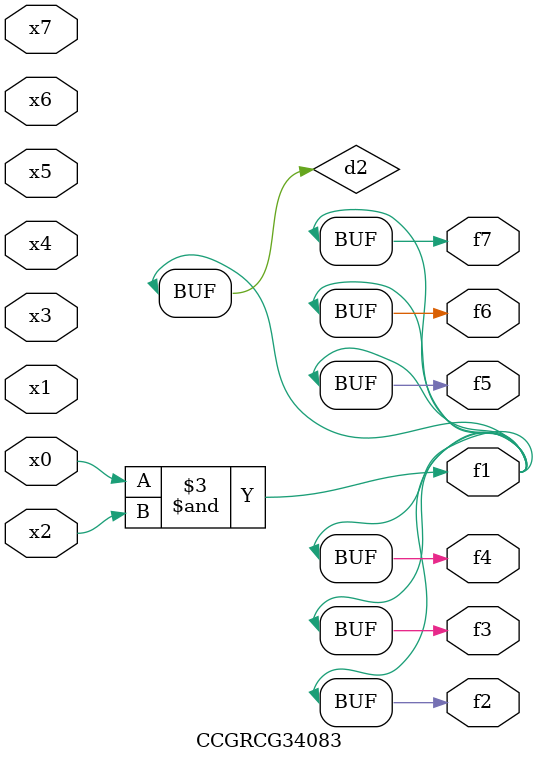
<source format=v>
module CCGRCG34083(
	input x0, x1, x2, x3, x4, x5, x6, x7,
	output f1, f2, f3, f4, f5, f6, f7
);

	wire d1, d2;

	nor (d1, x3, x6);
	and (d2, x0, x2);
	assign f1 = d2;
	assign f2 = d2;
	assign f3 = d2;
	assign f4 = d2;
	assign f5 = d2;
	assign f6 = d2;
	assign f7 = d2;
endmodule

</source>
